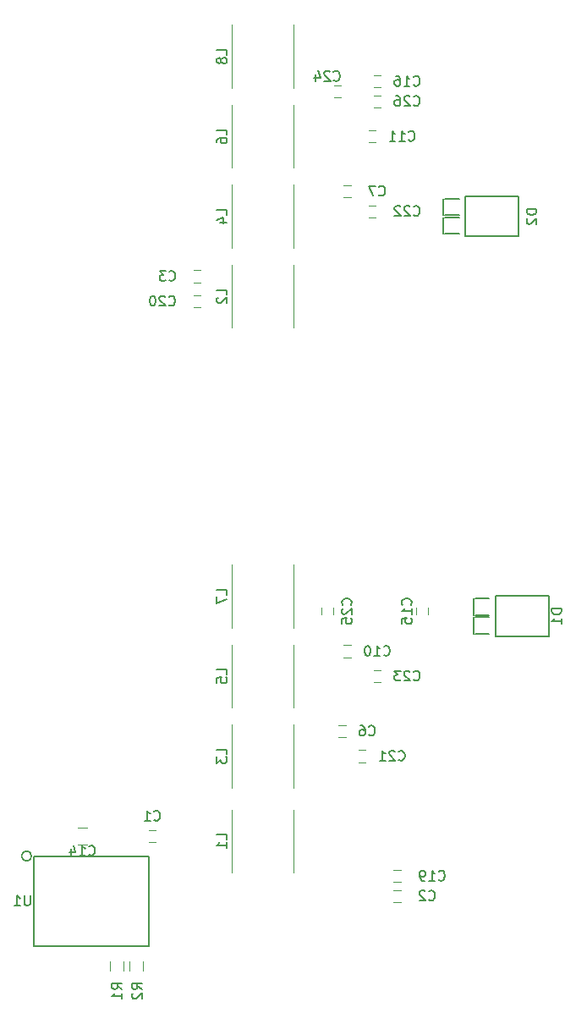
<source format=gbo>
G04 #@! TF.FileFunction,Legend,Bot*
%FSLAX46Y46*%
G04 Gerber Fmt 4.6, Leading zero omitted, Abs format (unit mm)*
G04 Created by KiCad (PCBNEW 4.0.7) date 08/06/18 18:31:33*
%MOMM*%
%LPD*%
G01*
G04 APERTURE LIST*
%ADD10C,0.150000*%
%ADD11C,0.120000*%
G04 APERTURE END LIST*
D10*
D11*
X97850000Y-92400000D02*
X97150000Y-92400000D01*
X97150000Y-93600000D02*
X97850000Y-93600000D01*
X122350000Y-98400000D02*
X121650000Y-98400000D01*
X121650000Y-99600000D02*
X122350000Y-99600000D01*
X101650000Y-37600000D02*
X102350000Y-37600000D01*
X102350000Y-36400000D02*
X101650000Y-36400000D01*
X116850000Y-81900000D02*
X116150000Y-81900000D01*
X116150000Y-83100000D02*
X116850000Y-83100000D01*
X117350000Y-27900000D02*
X116650000Y-27900000D01*
X116650000Y-29100000D02*
X117350000Y-29100000D01*
X117350000Y-73900000D02*
X116650000Y-73900000D01*
X116650000Y-75100000D02*
X117350000Y-75100000D01*
X119850000Y-22400000D02*
X119150000Y-22400000D01*
X119150000Y-23600000D02*
X119850000Y-23600000D01*
X125100000Y-70850000D02*
X125100000Y-70150000D01*
X123900000Y-70150000D02*
X123900000Y-70850000D01*
X120350000Y-16900000D02*
X119650000Y-16900000D01*
X119650000Y-18100000D02*
X120350000Y-18100000D01*
X94580000Y-106500000D02*
X94580000Y-105500000D01*
X93220000Y-105500000D02*
X93220000Y-106500000D01*
X96580000Y-106500000D02*
X96580000Y-105500000D01*
X95220000Y-105500000D02*
X95220000Y-106500000D01*
X122350000Y-96400000D02*
X121650000Y-96400000D01*
X121650000Y-97600000D02*
X122350000Y-97600000D01*
X101650000Y-40100000D02*
X102350000Y-40100000D01*
X102350000Y-38900000D02*
X101650000Y-38900000D01*
X118850000Y-84400000D02*
X118150000Y-84400000D01*
X118150000Y-85600000D02*
X118850000Y-85600000D01*
X119850000Y-29900000D02*
X119150000Y-29900000D01*
X119150000Y-31100000D02*
X119850000Y-31100000D01*
X120350000Y-76400000D02*
X119650000Y-76400000D01*
X119650000Y-77600000D02*
X120350000Y-77600000D01*
X116350000Y-17900000D02*
X115650000Y-17900000D01*
X115650000Y-19100000D02*
X116350000Y-19100000D01*
X115600000Y-70850000D02*
X115600000Y-70150000D01*
X114400000Y-70150000D02*
X114400000Y-70850000D01*
X120350000Y-18900000D02*
X119650000Y-18900000D01*
X119650000Y-20100000D02*
X120350000Y-20100000D01*
D10*
X85400000Y-95000000D02*
G75*
G03X85400000Y-95000000I-500000J0D01*
G01*
X85650000Y-104000000D02*
X97150000Y-104000000D01*
X97150000Y-104000000D02*
X97150000Y-95000000D01*
X97150000Y-95000000D02*
X85650000Y-95000000D01*
X85650000Y-95000000D02*
X85650000Y-104000000D01*
D11*
X105400000Y-90350000D02*
X105400000Y-96650000D01*
X111600000Y-90350000D02*
X111600000Y-96650000D01*
X105400000Y-35850000D02*
X105400000Y-42150000D01*
X111600000Y-35850000D02*
X111600000Y-42150000D01*
X105400000Y-81850000D02*
X105400000Y-88150000D01*
X111600000Y-81850000D02*
X111600000Y-88150000D01*
X105400000Y-27850000D02*
X105400000Y-34150000D01*
X111600000Y-27850000D02*
X111600000Y-34150000D01*
X105400000Y-73850000D02*
X105400000Y-80150000D01*
X111600000Y-73850000D02*
X111600000Y-80150000D01*
X105400000Y-19850000D02*
X105400000Y-26150000D01*
X111600000Y-19850000D02*
X111600000Y-26150000D01*
X105400000Y-65850000D02*
X105400000Y-72150000D01*
X111600000Y-65850000D02*
X111600000Y-72150000D01*
X105400000Y-11850000D02*
X105400000Y-18150000D01*
X111600000Y-11850000D02*
X111600000Y-18150000D01*
X91000000Y-93850000D02*
X90000000Y-93850000D01*
X90000000Y-92150000D02*
X91000000Y-92150000D01*
D10*
X131850000Y-73000000D02*
X131850000Y-69000000D01*
X131850000Y-69000000D02*
X137150000Y-69000000D01*
X137150000Y-69000000D02*
X137150000Y-73000000D01*
X137150000Y-73000000D02*
X131850000Y-73000000D01*
X129644000Y-70892000D02*
X129644000Y-69253000D01*
X129794000Y-69253000D02*
X131191000Y-69253000D01*
X129784000Y-70892000D02*
X131181000Y-70892000D01*
X129794000Y-72747000D02*
X131191000Y-72747000D01*
X129644000Y-72747000D02*
X129644000Y-71098000D01*
X129784000Y-71098000D02*
X131181000Y-71098000D01*
X128850000Y-33000000D02*
X128850000Y-29000000D01*
X128850000Y-29000000D02*
X134150000Y-29000000D01*
X134150000Y-29000000D02*
X134150000Y-33000000D01*
X134150000Y-33000000D02*
X128850000Y-33000000D01*
X126644000Y-30892000D02*
X126644000Y-29253000D01*
X126794000Y-29253000D02*
X128191000Y-29253000D01*
X126784000Y-30892000D02*
X128181000Y-30892000D01*
X126794000Y-32747000D02*
X128191000Y-32747000D01*
X126644000Y-32747000D02*
X126644000Y-31098000D01*
X126784000Y-31098000D02*
X128181000Y-31098000D01*
X97666666Y-91357143D02*
X97714285Y-91404762D01*
X97857142Y-91452381D01*
X97952380Y-91452381D01*
X98095238Y-91404762D01*
X98190476Y-91309524D01*
X98238095Y-91214286D01*
X98285714Y-91023810D01*
X98285714Y-90880952D01*
X98238095Y-90690476D01*
X98190476Y-90595238D01*
X98095238Y-90500000D01*
X97952380Y-90452381D01*
X97857142Y-90452381D01*
X97714285Y-90500000D01*
X97666666Y-90547619D01*
X96714285Y-91452381D02*
X97285714Y-91452381D01*
X97000000Y-91452381D02*
X97000000Y-90452381D01*
X97095238Y-90595238D01*
X97190476Y-90690476D01*
X97285714Y-90738095D01*
X125166666Y-99357143D02*
X125214285Y-99404762D01*
X125357142Y-99452381D01*
X125452380Y-99452381D01*
X125595238Y-99404762D01*
X125690476Y-99309524D01*
X125738095Y-99214286D01*
X125785714Y-99023810D01*
X125785714Y-98880952D01*
X125738095Y-98690476D01*
X125690476Y-98595238D01*
X125595238Y-98500000D01*
X125452380Y-98452381D01*
X125357142Y-98452381D01*
X125214285Y-98500000D01*
X125166666Y-98547619D01*
X124785714Y-98547619D02*
X124738095Y-98500000D01*
X124642857Y-98452381D01*
X124404761Y-98452381D01*
X124309523Y-98500000D01*
X124261904Y-98547619D01*
X124214285Y-98642857D01*
X124214285Y-98738095D01*
X124261904Y-98880952D01*
X124833333Y-99452381D01*
X124214285Y-99452381D01*
X99166666Y-37357143D02*
X99214285Y-37404762D01*
X99357142Y-37452381D01*
X99452380Y-37452381D01*
X99595238Y-37404762D01*
X99690476Y-37309524D01*
X99738095Y-37214286D01*
X99785714Y-37023810D01*
X99785714Y-36880952D01*
X99738095Y-36690476D01*
X99690476Y-36595238D01*
X99595238Y-36500000D01*
X99452380Y-36452381D01*
X99357142Y-36452381D01*
X99214285Y-36500000D01*
X99166666Y-36547619D01*
X98833333Y-36452381D02*
X98214285Y-36452381D01*
X98547619Y-36833333D01*
X98404761Y-36833333D01*
X98309523Y-36880952D01*
X98261904Y-36928571D01*
X98214285Y-37023810D01*
X98214285Y-37261905D01*
X98261904Y-37357143D01*
X98309523Y-37404762D01*
X98404761Y-37452381D01*
X98690476Y-37452381D01*
X98785714Y-37404762D01*
X98833333Y-37357143D01*
X119166666Y-82857143D02*
X119214285Y-82904762D01*
X119357142Y-82952381D01*
X119452380Y-82952381D01*
X119595238Y-82904762D01*
X119690476Y-82809524D01*
X119738095Y-82714286D01*
X119785714Y-82523810D01*
X119785714Y-82380952D01*
X119738095Y-82190476D01*
X119690476Y-82095238D01*
X119595238Y-82000000D01*
X119452380Y-81952381D01*
X119357142Y-81952381D01*
X119214285Y-82000000D01*
X119166666Y-82047619D01*
X118309523Y-81952381D02*
X118500000Y-81952381D01*
X118595238Y-82000000D01*
X118642857Y-82047619D01*
X118738095Y-82190476D01*
X118785714Y-82380952D01*
X118785714Y-82761905D01*
X118738095Y-82857143D01*
X118690476Y-82904762D01*
X118595238Y-82952381D01*
X118404761Y-82952381D01*
X118309523Y-82904762D01*
X118261904Y-82857143D01*
X118214285Y-82761905D01*
X118214285Y-82523810D01*
X118261904Y-82428571D01*
X118309523Y-82380952D01*
X118404761Y-82333333D01*
X118595238Y-82333333D01*
X118690476Y-82380952D01*
X118738095Y-82428571D01*
X118785714Y-82523810D01*
X120166666Y-28857143D02*
X120214285Y-28904762D01*
X120357142Y-28952381D01*
X120452380Y-28952381D01*
X120595238Y-28904762D01*
X120690476Y-28809524D01*
X120738095Y-28714286D01*
X120785714Y-28523810D01*
X120785714Y-28380952D01*
X120738095Y-28190476D01*
X120690476Y-28095238D01*
X120595238Y-28000000D01*
X120452380Y-27952381D01*
X120357142Y-27952381D01*
X120214285Y-28000000D01*
X120166666Y-28047619D01*
X119833333Y-27952381D02*
X119166666Y-27952381D01*
X119595238Y-28952381D01*
X120642857Y-74857143D02*
X120690476Y-74904762D01*
X120833333Y-74952381D01*
X120928571Y-74952381D01*
X121071429Y-74904762D01*
X121166667Y-74809524D01*
X121214286Y-74714286D01*
X121261905Y-74523810D01*
X121261905Y-74380952D01*
X121214286Y-74190476D01*
X121166667Y-74095238D01*
X121071429Y-74000000D01*
X120928571Y-73952381D01*
X120833333Y-73952381D01*
X120690476Y-74000000D01*
X120642857Y-74047619D01*
X119690476Y-74952381D02*
X120261905Y-74952381D01*
X119976191Y-74952381D02*
X119976191Y-73952381D01*
X120071429Y-74095238D01*
X120166667Y-74190476D01*
X120261905Y-74238095D01*
X119071429Y-73952381D02*
X118976190Y-73952381D01*
X118880952Y-74000000D01*
X118833333Y-74047619D01*
X118785714Y-74142857D01*
X118738095Y-74333333D01*
X118738095Y-74571429D01*
X118785714Y-74761905D01*
X118833333Y-74857143D01*
X118880952Y-74904762D01*
X118976190Y-74952381D01*
X119071429Y-74952381D01*
X119166667Y-74904762D01*
X119214286Y-74857143D01*
X119261905Y-74761905D01*
X119309524Y-74571429D01*
X119309524Y-74333333D01*
X119261905Y-74142857D01*
X119214286Y-74047619D01*
X119166667Y-74000000D01*
X119071429Y-73952381D01*
X123142857Y-23357143D02*
X123190476Y-23404762D01*
X123333333Y-23452381D01*
X123428571Y-23452381D01*
X123571429Y-23404762D01*
X123666667Y-23309524D01*
X123714286Y-23214286D01*
X123761905Y-23023810D01*
X123761905Y-22880952D01*
X123714286Y-22690476D01*
X123666667Y-22595238D01*
X123571429Y-22500000D01*
X123428571Y-22452381D01*
X123333333Y-22452381D01*
X123190476Y-22500000D01*
X123142857Y-22547619D01*
X122190476Y-23452381D02*
X122761905Y-23452381D01*
X122476191Y-23452381D02*
X122476191Y-22452381D01*
X122571429Y-22595238D01*
X122666667Y-22690476D01*
X122761905Y-22738095D01*
X121238095Y-23452381D02*
X121809524Y-23452381D01*
X121523810Y-23452381D02*
X121523810Y-22452381D01*
X121619048Y-22595238D01*
X121714286Y-22690476D01*
X121809524Y-22738095D01*
X123357143Y-69857143D02*
X123404762Y-69809524D01*
X123452381Y-69666667D01*
X123452381Y-69571429D01*
X123404762Y-69428571D01*
X123309524Y-69333333D01*
X123214286Y-69285714D01*
X123023810Y-69238095D01*
X122880952Y-69238095D01*
X122690476Y-69285714D01*
X122595238Y-69333333D01*
X122500000Y-69428571D01*
X122452381Y-69571429D01*
X122452381Y-69666667D01*
X122500000Y-69809524D01*
X122547619Y-69857143D01*
X123452381Y-70809524D02*
X123452381Y-70238095D01*
X123452381Y-70523809D02*
X122452381Y-70523809D01*
X122595238Y-70428571D01*
X122690476Y-70333333D01*
X122738095Y-70238095D01*
X122452381Y-71714286D02*
X122452381Y-71238095D01*
X122928571Y-71190476D01*
X122880952Y-71238095D01*
X122833333Y-71333333D01*
X122833333Y-71571429D01*
X122880952Y-71666667D01*
X122928571Y-71714286D01*
X123023810Y-71761905D01*
X123261905Y-71761905D01*
X123357143Y-71714286D01*
X123404762Y-71666667D01*
X123452381Y-71571429D01*
X123452381Y-71333333D01*
X123404762Y-71238095D01*
X123357143Y-71190476D01*
X123642857Y-17857143D02*
X123690476Y-17904762D01*
X123833333Y-17952381D01*
X123928571Y-17952381D01*
X124071429Y-17904762D01*
X124166667Y-17809524D01*
X124214286Y-17714286D01*
X124261905Y-17523810D01*
X124261905Y-17380952D01*
X124214286Y-17190476D01*
X124166667Y-17095238D01*
X124071429Y-17000000D01*
X123928571Y-16952381D01*
X123833333Y-16952381D01*
X123690476Y-17000000D01*
X123642857Y-17047619D01*
X122690476Y-17952381D02*
X123261905Y-17952381D01*
X122976191Y-17952381D02*
X122976191Y-16952381D01*
X123071429Y-17095238D01*
X123166667Y-17190476D01*
X123261905Y-17238095D01*
X121833333Y-16952381D02*
X122023810Y-16952381D01*
X122119048Y-17000000D01*
X122166667Y-17047619D01*
X122261905Y-17190476D01*
X122309524Y-17380952D01*
X122309524Y-17761905D01*
X122261905Y-17857143D01*
X122214286Y-17904762D01*
X122119048Y-17952381D01*
X121928571Y-17952381D01*
X121833333Y-17904762D01*
X121785714Y-17857143D01*
X121738095Y-17761905D01*
X121738095Y-17523810D01*
X121785714Y-17428571D01*
X121833333Y-17380952D01*
X121928571Y-17333333D01*
X122119048Y-17333333D01*
X122214286Y-17380952D01*
X122261905Y-17428571D01*
X122309524Y-17523810D01*
X94452381Y-108333334D02*
X93976190Y-108000000D01*
X94452381Y-107761905D02*
X93452381Y-107761905D01*
X93452381Y-108142858D01*
X93500000Y-108238096D01*
X93547619Y-108285715D01*
X93642857Y-108333334D01*
X93785714Y-108333334D01*
X93880952Y-108285715D01*
X93928571Y-108238096D01*
X93976190Y-108142858D01*
X93976190Y-107761905D01*
X94452381Y-109285715D02*
X94452381Y-108714286D01*
X94452381Y-109000000D02*
X93452381Y-109000000D01*
X93595238Y-108904762D01*
X93690476Y-108809524D01*
X93738095Y-108714286D01*
X96452381Y-108333334D02*
X95976190Y-108000000D01*
X96452381Y-107761905D02*
X95452381Y-107761905D01*
X95452381Y-108142858D01*
X95500000Y-108238096D01*
X95547619Y-108285715D01*
X95642857Y-108333334D01*
X95785714Y-108333334D01*
X95880952Y-108285715D01*
X95928571Y-108238096D01*
X95976190Y-108142858D01*
X95976190Y-107761905D01*
X95547619Y-108714286D02*
X95500000Y-108761905D01*
X95452381Y-108857143D01*
X95452381Y-109095239D01*
X95500000Y-109190477D01*
X95547619Y-109238096D01*
X95642857Y-109285715D01*
X95738095Y-109285715D01*
X95880952Y-109238096D01*
X96452381Y-108666667D01*
X96452381Y-109285715D01*
X126142857Y-97357143D02*
X126190476Y-97404762D01*
X126333333Y-97452381D01*
X126428571Y-97452381D01*
X126571429Y-97404762D01*
X126666667Y-97309524D01*
X126714286Y-97214286D01*
X126761905Y-97023810D01*
X126761905Y-96880952D01*
X126714286Y-96690476D01*
X126666667Y-96595238D01*
X126571429Y-96500000D01*
X126428571Y-96452381D01*
X126333333Y-96452381D01*
X126190476Y-96500000D01*
X126142857Y-96547619D01*
X125190476Y-97452381D02*
X125761905Y-97452381D01*
X125476191Y-97452381D02*
X125476191Y-96452381D01*
X125571429Y-96595238D01*
X125666667Y-96690476D01*
X125761905Y-96738095D01*
X124714286Y-97452381D02*
X124523810Y-97452381D01*
X124428571Y-97404762D01*
X124380952Y-97357143D01*
X124285714Y-97214286D01*
X124238095Y-97023810D01*
X124238095Y-96642857D01*
X124285714Y-96547619D01*
X124333333Y-96500000D01*
X124428571Y-96452381D01*
X124619048Y-96452381D01*
X124714286Y-96500000D01*
X124761905Y-96547619D01*
X124809524Y-96642857D01*
X124809524Y-96880952D01*
X124761905Y-96976190D01*
X124714286Y-97023810D01*
X124619048Y-97071429D01*
X124428571Y-97071429D01*
X124333333Y-97023810D01*
X124285714Y-96976190D01*
X124238095Y-96880952D01*
X99142857Y-39857143D02*
X99190476Y-39904762D01*
X99333333Y-39952381D01*
X99428571Y-39952381D01*
X99571429Y-39904762D01*
X99666667Y-39809524D01*
X99714286Y-39714286D01*
X99761905Y-39523810D01*
X99761905Y-39380952D01*
X99714286Y-39190476D01*
X99666667Y-39095238D01*
X99571429Y-39000000D01*
X99428571Y-38952381D01*
X99333333Y-38952381D01*
X99190476Y-39000000D01*
X99142857Y-39047619D01*
X98761905Y-39047619D02*
X98714286Y-39000000D01*
X98619048Y-38952381D01*
X98380952Y-38952381D01*
X98285714Y-39000000D01*
X98238095Y-39047619D01*
X98190476Y-39142857D01*
X98190476Y-39238095D01*
X98238095Y-39380952D01*
X98809524Y-39952381D01*
X98190476Y-39952381D01*
X97571429Y-38952381D02*
X97476190Y-38952381D01*
X97380952Y-39000000D01*
X97333333Y-39047619D01*
X97285714Y-39142857D01*
X97238095Y-39333333D01*
X97238095Y-39571429D01*
X97285714Y-39761905D01*
X97333333Y-39857143D01*
X97380952Y-39904762D01*
X97476190Y-39952381D01*
X97571429Y-39952381D01*
X97666667Y-39904762D01*
X97714286Y-39857143D01*
X97761905Y-39761905D01*
X97809524Y-39571429D01*
X97809524Y-39333333D01*
X97761905Y-39142857D01*
X97714286Y-39047619D01*
X97666667Y-39000000D01*
X97571429Y-38952381D01*
X122142857Y-85357143D02*
X122190476Y-85404762D01*
X122333333Y-85452381D01*
X122428571Y-85452381D01*
X122571429Y-85404762D01*
X122666667Y-85309524D01*
X122714286Y-85214286D01*
X122761905Y-85023810D01*
X122761905Y-84880952D01*
X122714286Y-84690476D01*
X122666667Y-84595238D01*
X122571429Y-84500000D01*
X122428571Y-84452381D01*
X122333333Y-84452381D01*
X122190476Y-84500000D01*
X122142857Y-84547619D01*
X121761905Y-84547619D02*
X121714286Y-84500000D01*
X121619048Y-84452381D01*
X121380952Y-84452381D01*
X121285714Y-84500000D01*
X121238095Y-84547619D01*
X121190476Y-84642857D01*
X121190476Y-84738095D01*
X121238095Y-84880952D01*
X121809524Y-85452381D01*
X121190476Y-85452381D01*
X120238095Y-85452381D02*
X120809524Y-85452381D01*
X120523810Y-85452381D02*
X120523810Y-84452381D01*
X120619048Y-84595238D01*
X120714286Y-84690476D01*
X120809524Y-84738095D01*
X123642857Y-30857143D02*
X123690476Y-30904762D01*
X123833333Y-30952381D01*
X123928571Y-30952381D01*
X124071429Y-30904762D01*
X124166667Y-30809524D01*
X124214286Y-30714286D01*
X124261905Y-30523810D01*
X124261905Y-30380952D01*
X124214286Y-30190476D01*
X124166667Y-30095238D01*
X124071429Y-30000000D01*
X123928571Y-29952381D01*
X123833333Y-29952381D01*
X123690476Y-30000000D01*
X123642857Y-30047619D01*
X123261905Y-30047619D02*
X123214286Y-30000000D01*
X123119048Y-29952381D01*
X122880952Y-29952381D01*
X122785714Y-30000000D01*
X122738095Y-30047619D01*
X122690476Y-30142857D01*
X122690476Y-30238095D01*
X122738095Y-30380952D01*
X123309524Y-30952381D01*
X122690476Y-30952381D01*
X122309524Y-30047619D02*
X122261905Y-30000000D01*
X122166667Y-29952381D01*
X121928571Y-29952381D01*
X121833333Y-30000000D01*
X121785714Y-30047619D01*
X121738095Y-30142857D01*
X121738095Y-30238095D01*
X121785714Y-30380952D01*
X122357143Y-30952381D01*
X121738095Y-30952381D01*
X123642857Y-77357143D02*
X123690476Y-77404762D01*
X123833333Y-77452381D01*
X123928571Y-77452381D01*
X124071429Y-77404762D01*
X124166667Y-77309524D01*
X124214286Y-77214286D01*
X124261905Y-77023810D01*
X124261905Y-76880952D01*
X124214286Y-76690476D01*
X124166667Y-76595238D01*
X124071429Y-76500000D01*
X123928571Y-76452381D01*
X123833333Y-76452381D01*
X123690476Y-76500000D01*
X123642857Y-76547619D01*
X123261905Y-76547619D02*
X123214286Y-76500000D01*
X123119048Y-76452381D01*
X122880952Y-76452381D01*
X122785714Y-76500000D01*
X122738095Y-76547619D01*
X122690476Y-76642857D01*
X122690476Y-76738095D01*
X122738095Y-76880952D01*
X123309524Y-77452381D01*
X122690476Y-77452381D01*
X122357143Y-76452381D02*
X121738095Y-76452381D01*
X122071429Y-76833333D01*
X121928571Y-76833333D01*
X121833333Y-76880952D01*
X121785714Y-76928571D01*
X121738095Y-77023810D01*
X121738095Y-77261905D01*
X121785714Y-77357143D01*
X121833333Y-77404762D01*
X121928571Y-77452381D01*
X122214286Y-77452381D01*
X122309524Y-77404762D01*
X122357143Y-77357143D01*
X115642857Y-17357143D02*
X115690476Y-17404762D01*
X115833333Y-17452381D01*
X115928571Y-17452381D01*
X116071429Y-17404762D01*
X116166667Y-17309524D01*
X116214286Y-17214286D01*
X116261905Y-17023810D01*
X116261905Y-16880952D01*
X116214286Y-16690476D01*
X116166667Y-16595238D01*
X116071429Y-16500000D01*
X115928571Y-16452381D01*
X115833333Y-16452381D01*
X115690476Y-16500000D01*
X115642857Y-16547619D01*
X115261905Y-16547619D02*
X115214286Y-16500000D01*
X115119048Y-16452381D01*
X114880952Y-16452381D01*
X114785714Y-16500000D01*
X114738095Y-16547619D01*
X114690476Y-16642857D01*
X114690476Y-16738095D01*
X114738095Y-16880952D01*
X115309524Y-17452381D01*
X114690476Y-17452381D01*
X113833333Y-16785714D02*
X113833333Y-17452381D01*
X114071429Y-16404762D02*
X114309524Y-17119048D01*
X113690476Y-17119048D01*
X117357143Y-69857143D02*
X117404762Y-69809524D01*
X117452381Y-69666667D01*
X117452381Y-69571429D01*
X117404762Y-69428571D01*
X117309524Y-69333333D01*
X117214286Y-69285714D01*
X117023810Y-69238095D01*
X116880952Y-69238095D01*
X116690476Y-69285714D01*
X116595238Y-69333333D01*
X116500000Y-69428571D01*
X116452381Y-69571429D01*
X116452381Y-69666667D01*
X116500000Y-69809524D01*
X116547619Y-69857143D01*
X116547619Y-70238095D02*
X116500000Y-70285714D01*
X116452381Y-70380952D01*
X116452381Y-70619048D01*
X116500000Y-70714286D01*
X116547619Y-70761905D01*
X116642857Y-70809524D01*
X116738095Y-70809524D01*
X116880952Y-70761905D01*
X117452381Y-70190476D01*
X117452381Y-70809524D01*
X116452381Y-71714286D02*
X116452381Y-71238095D01*
X116928571Y-71190476D01*
X116880952Y-71238095D01*
X116833333Y-71333333D01*
X116833333Y-71571429D01*
X116880952Y-71666667D01*
X116928571Y-71714286D01*
X117023810Y-71761905D01*
X117261905Y-71761905D01*
X117357143Y-71714286D01*
X117404762Y-71666667D01*
X117452381Y-71571429D01*
X117452381Y-71333333D01*
X117404762Y-71238095D01*
X117357143Y-71190476D01*
X123642857Y-19857143D02*
X123690476Y-19904762D01*
X123833333Y-19952381D01*
X123928571Y-19952381D01*
X124071429Y-19904762D01*
X124166667Y-19809524D01*
X124214286Y-19714286D01*
X124261905Y-19523810D01*
X124261905Y-19380952D01*
X124214286Y-19190476D01*
X124166667Y-19095238D01*
X124071429Y-19000000D01*
X123928571Y-18952381D01*
X123833333Y-18952381D01*
X123690476Y-19000000D01*
X123642857Y-19047619D01*
X123261905Y-19047619D02*
X123214286Y-19000000D01*
X123119048Y-18952381D01*
X122880952Y-18952381D01*
X122785714Y-19000000D01*
X122738095Y-19047619D01*
X122690476Y-19142857D01*
X122690476Y-19238095D01*
X122738095Y-19380952D01*
X123309524Y-19952381D01*
X122690476Y-19952381D01*
X121833333Y-18952381D02*
X122023810Y-18952381D01*
X122119048Y-19000000D01*
X122166667Y-19047619D01*
X122261905Y-19190476D01*
X122309524Y-19380952D01*
X122309524Y-19761905D01*
X122261905Y-19857143D01*
X122214286Y-19904762D01*
X122119048Y-19952381D01*
X121928571Y-19952381D01*
X121833333Y-19904762D01*
X121785714Y-19857143D01*
X121738095Y-19761905D01*
X121738095Y-19523810D01*
X121785714Y-19428571D01*
X121833333Y-19380952D01*
X121928571Y-19333333D01*
X122119048Y-19333333D01*
X122214286Y-19380952D01*
X122261905Y-19428571D01*
X122309524Y-19523810D01*
X85261905Y-98952381D02*
X85261905Y-99761905D01*
X85214286Y-99857143D01*
X85166667Y-99904762D01*
X85071429Y-99952381D01*
X84880952Y-99952381D01*
X84785714Y-99904762D01*
X84738095Y-99857143D01*
X84690476Y-99761905D01*
X84690476Y-98952381D01*
X83690476Y-99952381D02*
X84261905Y-99952381D01*
X83976191Y-99952381D02*
X83976191Y-98952381D01*
X84071429Y-99095238D01*
X84166667Y-99190476D01*
X84261905Y-99238095D01*
X104952381Y-93333334D02*
X104952381Y-92857143D01*
X103952381Y-92857143D01*
X104952381Y-94190477D02*
X104952381Y-93619048D01*
X104952381Y-93904762D02*
X103952381Y-93904762D01*
X104095238Y-93809524D01*
X104190476Y-93714286D01*
X104238095Y-93619048D01*
X104952381Y-38833334D02*
X104952381Y-38357143D01*
X103952381Y-38357143D01*
X104047619Y-39119048D02*
X104000000Y-39166667D01*
X103952381Y-39261905D01*
X103952381Y-39500001D01*
X104000000Y-39595239D01*
X104047619Y-39642858D01*
X104142857Y-39690477D01*
X104238095Y-39690477D01*
X104380952Y-39642858D01*
X104952381Y-39071429D01*
X104952381Y-39690477D01*
X104952381Y-84833334D02*
X104952381Y-84357143D01*
X103952381Y-84357143D01*
X103952381Y-85071429D02*
X103952381Y-85690477D01*
X104333333Y-85357143D01*
X104333333Y-85500001D01*
X104380952Y-85595239D01*
X104428571Y-85642858D01*
X104523810Y-85690477D01*
X104761905Y-85690477D01*
X104857143Y-85642858D01*
X104904762Y-85595239D01*
X104952381Y-85500001D01*
X104952381Y-85214286D01*
X104904762Y-85119048D01*
X104857143Y-85071429D01*
X104952381Y-30833334D02*
X104952381Y-30357143D01*
X103952381Y-30357143D01*
X104285714Y-31595239D02*
X104952381Y-31595239D01*
X103904762Y-31357143D02*
X104619048Y-31119048D01*
X104619048Y-31738096D01*
X104952381Y-76833334D02*
X104952381Y-76357143D01*
X103952381Y-76357143D01*
X103952381Y-77642858D02*
X103952381Y-77166667D01*
X104428571Y-77119048D01*
X104380952Y-77166667D01*
X104333333Y-77261905D01*
X104333333Y-77500001D01*
X104380952Y-77595239D01*
X104428571Y-77642858D01*
X104523810Y-77690477D01*
X104761905Y-77690477D01*
X104857143Y-77642858D01*
X104904762Y-77595239D01*
X104952381Y-77500001D01*
X104952381Y-77261905D01*
X104904762Y-77166667D01*
X104857143Y-77119048D01*
X104952381Y-22833334D02*
X104952381Y-22357143D01*
X103952381Y-22357143D01*
X103952381Y-23595239D02*
X103952381Y-23404762D01*
X104000000Y-23309524D01*
X104047619Y-23261905D01*
X104190476Y-23166667D01*
X104380952Y-23119048D01*
X104761905Y-23119048D01*
X104857143Y-23166667D01*
X104904762Y-23214286D01*
X104952381Y-23309524D01*
X104952381Y-23500001D01*
X104904762Y-23595239D01*
X104857143Y-23642858D01*
X104761905Y-23690477D01*
X104523810Y-23690477D01*
X104428571Y-23642858D01*
X104380952Y-23595239D01*
X104333333Y-23500001D01*
X104333333Y-23309524D01*
X104380952Y-23214286D01*
X104428571Y-23166667D01*
X104523810Y-23119048D01*
X104952381Y-68833334D02*
X104952381Y-68357143D01*
X103952381Y-68357143D01*
X103952381Y-69071429D02*
X103952381Y-69738096D01*
X104952381Y-69309524D01*
X104952381Y-14833334D02*
X104952381Y-14357143D01*
X103952381Y-14357143D01*
X104380952Y-15309524D02*
X104333333Y-15214286D01*
X104285714Y-15166667D01*
X104190476Y-15119048D01*
X104142857Y-15119048D01*
X104047619Y-15166667D01*
X104000000Y-15214286D01*
X103952381Y-15309524D01*
X103952381Y-15500001D01*
X104000000Y-15595239D01*
X104047619Y-15642858D01*
X104142857Y-15690477D01*
X104190476Y-15690477D01*
X104285714Y-15642858D01*
X104333333Y-15595239D01*
X104380952Y-15500001D01*
X104380952Y-15309524D01*
X104428571Y-15214286D01*
X104476190Y-15166667D01*
X104571429Y-15119048D01*
X104761905Y-15119048D01*
X104857143Y-15166667D01*
X104904762Y-15214286D01*
X104952381Y-15309524D01*
X104952381Y-15500001D01*
X104904762Y-15595239D01*
X104857143Y-15642858D01*
X104761905Y-15690477D01*
X104571429Y-15690477D01*
X104476190Y-15642858D01*
X104428571Y-15595239D01*
X104380952Y-15500001D01*
X91142857Y-94857143D02*
X91190476Y-94904762D01*
X91333333Y-94952381D01*
X91428571Y-94952381D01*
X91571429Y-94904762D01*
X91666667Y-94809524D01*
X91714286Y-94714286D01*
X91761905Y-94523810D01*
X91761905Y-94380952D01*
X91714286Y-94190476D01*
X91666667Y-94095238D01*
X91571429Y-94000000D01*
X91428571Y-93952381D01*
X91333333Y-93952381D01*
X91190476Y-94000000D01*
X91142857Y-94047619D01*
X90190476Y-94952381D02*
X90761905Y-94952381D01*
X90476191Y-94952381D02*
X90476191Y-93952381D01*
X90571429Y-94095238D01*
X90666667Y-94190476D01*
X90761905Y-94238095D01*
X89333333Y-94285714D02*
X89333333Y-94952381D01*
X89571429Y-93904762D02*
X89809524Y-94619048D01*
X89190476Y-94619048D01*
X138452381Y-70261905D02*
X137452381Y-70261905D01*
X137452381Y-70500000D01*
X137500000Y-70642858D01*
X137595238Y-70738096D01*
X137690476Y-70785715D01*
X137880952Y-70833334D01*
X138023810Y-70833334D01*
X138214286Y-70785715D01*
X138309524Y-70738096D01*
X138404762Y-70642858D01*
X138452381Y-70500000D01*
X138452381Y-70261905D01*
X138452381Y-71785715D02*
X138452381Y-71214286D01*
X138452381Y-71500000D02*
X137452381Y-71500000D01*
X137595238Y-71404762D01*
X137690476Y-71309524D01*
X137738095Y-71214286D01*
X135952381Y-30261905D02*
X134952381Y-30261905D01*
X134952381Y-30500000D01*
X135000000Y-30642858D01*
X135095238Y-30738096D01*
X135190476Y-30785715D01*
X135380952Y-30833334D01*
X135523810Y-30833334D01*
X135714286Y-30785715D01*
X135809524Y-30738096D01*
X135904762Y-30642858D01*
X135952381Y-30500000D01*
X135952381Y-30261905D01*
X135047619Y-31214286D02*
X135000000Y-31261905D01*
X134952381Y-31357143D01*
X134952381Y-31595239D01*
X135000000Y-31690477D01*
X135047619Y-31738096D01*
X135142857Y-31785715D01*
X135238095Y-31785715D01*
X135380952Y-31738096D01*
X135952381Y-31166667D01*
X135952381Y-31785715D01*
M02*

</source>
